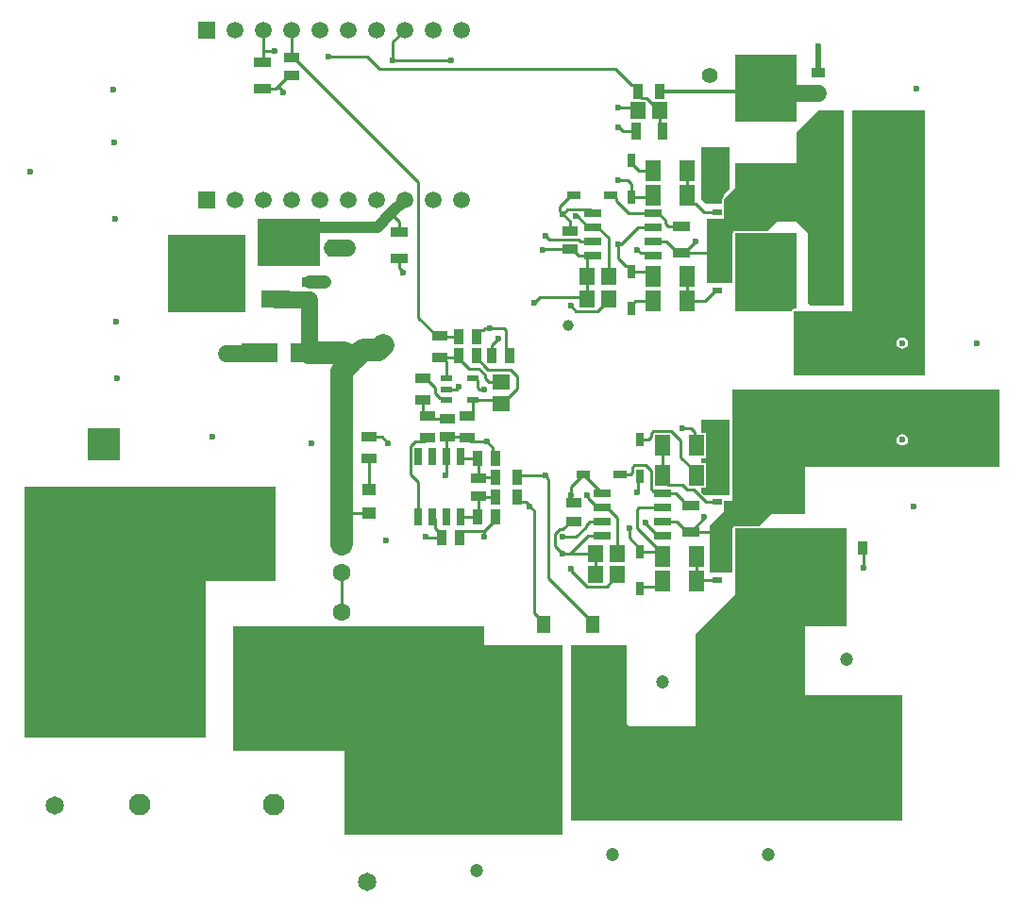
<source format=gtl>
G04*
G04 #@! TF.GenerationSoftware,Altium Limited,Altium Designer,21.6.4 (81)*
G04*
G04 Layer_Physical_Order=1*
G04 Layer_Color=255*
%FSLAX44Y44*%
%MOMM*%
G71*
G04*
G04 #@! TF.SameCoordinates,D26747ED-23D3-466A-99B4-63F3962E0784*
G04*
G04*
G04 #@! TF.FilePolarity,Positive*
G04*
G01*
G75*
%ADD12C,0.3000*%
%ADD19R,1.2000X1.1000*%
%ADD20R,1.4500X0.9500*%
%ADD21R,1.2000X1.6000*%
%ADD22R,1.2000X8.7000*%
%ADD23R,1.2500X0.7500*%
%ADD24R,1.5562X0.9562*%
%ADD25R,1.3900X0.9600*%
%ADD26R,0.9562X1.5562*%
%ADD27R,1.5500X1.3500*%
%ADD28R,3.3000X1.8000*%
%ADD29R,0.9600X1.3900*%
%ADD30R,1.1000X0.6000*%
%ADD31R,0.9500X1.4500*%
%ADD32R,0.6500X1.5250*%
%ADD33R,7.0000X7.0000*%
%ADD34R,2.5000X1.5000*%
%ADD35R,1.3500X1.5500*%
%ADD36R,0.7500X1.2500*%
%ADD37R,1.3561X1.8582*%
%ADD38R,1.5250X0.6500*%
%ADD39R,1.3000X0.9000*%
%ADD40R,1.2500X3.5200*%
%ADD41R,0.9000X1.3000*%
%ADD57R,0.8500X0.5000*%
%ADD80R,4.5500X4.4100*%
%ADD81C,0.2540*%
%ADD82C,2.0000*%
%ADD83C,1.5000*%
%ADD84C,1.0000*%
%ADD85C,1.2000*%
%ADD86C,0.5000*%
%ADD87C,1.6000*%
%ADD88R,1.6000X1.6000*%
%ADD89C,3.0000*%
%ADD90R,3.0000X3.0000*%
%ADD91C,1.5200*%
%ADD92R,1.5200X1.5200*%
%ADD93R,1.2000X1.2000*%
%ADD94C,1.2000*%
G04:AMPARAMS|DCode=95|XSize=1.4mm|YSize=1.4mm|CornerRadius=0.35mm|HoleSize=0mm|Usage=FLASHONLY|Rotation=0.000|XOffset=0mm|YOffset=0mm|HoleType=Round|Shape=RoundedRectangle|*
%AMROUNDEDRECTD95*
21,1,1.4000,0.7000,0,0,0.0*
21,1,0.7000,1.4000,0,0,0.0*
1,1,0.7000,0.3500,-0.3500*
1,1,0.7000,-0.3500,-0.3500*
1,1,0.7000,-0.3500,0.3500*
1,1,0.7000,0.3500,0.3500*
%
%ADD95ROUNDEDRECTD95*%
%ADD96C,1.4000*%
%ADD97R,1.9500X1.9500*%
%ADD98C,1.9500*%
%ADD99C,1.6500*%
%ADD100R,1.2000X1.2000*%
%ADD101C,0.6000*%
%ADD102C,1.0000*%
G36*
X705000Y702500D02*
X650000D01*
Y762500D01*
X705000D01*
Y702500D01*
D02*
G37*
G36*
X645000Y642500D02*
X640000Y637500D01*
Y635384D01*
X638808Y634192D01*
X638366Y633530D01*
X638211Y632750D01*
Y630072D01*
X638116Y629930D01*
X637961Y629150D01*
Y628610D01*
X623890D01*
X620000Y632500D01*
Y680000D01*
X645000Y680000D01*
Y642500D01*
D02*
G37*
G36*
X278000Y573000D02*
X222000D01*
Y615000D01*
X278000D01*
Y573000D01*
D02*
G37*
G36*
X747500Y537500D02*
X717500D01*
X715000Y540000D01*
Y602500D01*
X705000Y612500D01*
X687500D01*
X679539Y604539D01*
X650000D01*
X649220Y604384D01*
X648558Y603942D01*
X648116Y603280D01*
X647961Y602500D01*
Y597500D01*
X647500D01*
Y557500D01*
X625000D01*
Y615000D01*
X640000D01*
Y616450D01*
X640250D01*
Y625450D01*
X640000D01*
Y629150D01*
X640250D01*
Y632750D01*
X650000Y642500D01*
Y665000D01*
X705000D01*
Y692500D01*
X725000Y712500D01*
X747500D01*
Y537500D01*
D02*
G37*
G36*
X705000Y534539D02*
X702500D01*
X701720Y534384D01*
X701058Y533942D01*
X700616Y533280D01*
X700461Y532500D01*
X650000D01*
Y602500D01*
X705000D01*
Y534539D01*
D02*
G37*
G36*
X820000Y475000D02*
X702500D01*
Y532500D01*
X755000D01*
Y712500D01*
X820000D01*
Y475000D01*
D02*
G37*
G36*
X645000Y367500D02*
X622152Y367500D01*
X620000Y369652D01*
Y373709D01*
X624041D01*
Y396291D01*
X620000D01*
Y400709D01*
X624041D01*
Y423291D01*
X620000D01*
Y435000D01*
X645000Y435000D01*
X645000Y367500D01*
D02*
G37*
G36*
X887500Y392500D02*
X712500D01*
Y350000D01*
X682500D01*
X672039Y339539D01*
X650000D01*
X649220Y339384D01*
X648558Y338942D01*
X648116Y338280D01*
X647961Y337500D01*
Y335000D01*
X647500D01*
Y297500D01*
X627500D01*
Y340000D01*
X640000Y352500D01*
Y356450D01*
X640250D01*
Y362500D01*
X647500D01*
Y462500D01*
X887500D01*
Y392500D01*
D02*
G37*
G36*
X750000Y250000D02*
X712500D01*
Y225000D01*
Y187500D01*
X800000D01*
Y75000D01*
X502500D01*
Y232500D01*
X552500D01*
Y162500D01*
X555000Y160000D01*
X615000D01*
Y225000D01*
Y242500D01*
X650000Y277500D01*
Y337500D01*
X750000D01*
Y250000D01*
D02*
G37*
G36*
X237500Y290000D02*
X175000D01*
Y150000D01*
X12500D01*
Y375000D01*
X237500D01*
Y290000D01*
D02*
G37*
G36*
X425000Y232500D02*
X495000D01*
Y62500D01*
X300000D01*
Y137500D01*
X200000D01*
Y250000D01*
X425000D01*
Y232500D01*
D02*
G37*
%LPC*%
G36*
X800000Y509098D02*
X798049Y508710D01*
X796395Y507605D01*
X795290Y505951D01*
X794902Y504000D01*
X795290Y502049D01*
X796395Y500395D01*
X798049Y499290D01*
X800000Y498902D01*
X801951Y499290D01*
X803605Y500395D01*
X804710Y502049D01*
X805098Y504000D01*
X804710Y505951D01*
X803605Y507605D01*
X801951Y508710D01*
X800000Y509098D01*
D02*
G37*
G36*
Y422098D02*
X798049Y421710D01*
X796395Y420605D01*
X795290Y418951D01*
X794902Y417000D01*
X795290Y415049D01*
X796395Y413395D01*
X798049Y412290D01*
X800000Y411902D01*
X801951Y412290D01*
X803605Y413395D01*
X804710Y415049D01*
X805098Y417000D01*
X804710Y418951D01*
X803605Y420605D01*
X801951Y421710D01*
X800000Y422098D01*
D02*
G37*
%LPD*%
D12*
X582250Y730000D02*
X652500D01*
X660000Y722500D01*
D19*
X322000Y351500D02*
D03*
Y372500D02*
D03*
D20*
Y419750D02*
D03*
Y400250D02*
D03*
X385000Y510250D02*
D03*
Y490750D02*
D03*
X370000Y472250D02*
D03*
Y452750D02*
D03*
X374000Y438250D02*
D03*
Y418750D02*
D03*
X410000Y438250D02*
D03*
Y418750D02*
D03*
D21*
X478000Y251250D02*
D03*
X522000D02*
D03*
D22*
Y188750D02*
D03*
X478000D02*
D03*
D23*
X505166Y636676D02*
D03*
X538166D02*
D03*
X513500Y386000D02*
D03*
X546500D02*
D03*
D24*
X226000Y755750D02*
D03*
Y732250D02*
D03*
X349000Y603526D02*
D03*
Y580027D02*
D03*
X601666Y608427D02*
D03*
Y584926D02*
D03*
X610000Y357750D02*
D03*
Y334250D02*
D03*
D25*
X252000Y760100D02*
D03*
Y743900D02*
D03*
X268350Y542650D02*
D03*
Y558850D02*
D03*
X392000Y419400D02*
D03*
Y435600D02*
D03*
X420000Y382600D02*
D03*
Y366400D02*
D03*
X501666Y604776D02*
D03*
Y588576D02*
D03*
X505000Y360100D02*
D03*
Y343900D02*
D03*
D26*
X288750Y589250D02*
D03*
X265250D02*
D03*
X584587Y694000D02*
D03*
X561087D02*
D03*
D27*
X440443Y449707D02*
D03*
Y469207D02*
D03*
D28*
X267750Y494835D02*
D03*
X223750D02*
D03*
D29*
X418100Y509500D02*
D03*
X401900D02*
D03*
Y492500D02*
D03*
X418100D02*
D03*
X435100Y400500D02*
D03*
X418900D02*
D03*
X403100Y329500D02*
D03*
X386900D02*
D03*
X435100Y347500D02*
D03*
X418900D02*
D03*
X448100Y492500D02*
D03*
X431900D02*
D03*
D30*
X415000Y472000D02*
D03*
Y453000D02*
D03*
X391000D02*
D03*
Y462500D02*
D03*
Y472000D02*
D03*
D31*
X435250Y383500D02*
D03*
X454750D02*
D03*
X435250Y365500D02*
D03*
X454750D02*
D03*
X562750Y730000D02*
D03*
X582250D02*
D03*
D32*
X404050Y402120D02*
D03*
X391350D02*
D03*
X378650D02*
D03*
X365950D02*
D03*
Y347880D02*
D03*
X378650D02*
D03*
X391350D02*
D03*
X404050D02*
D03*
D33*
X175718Y566144D02*
D03*
D34*
X238218Y589144D02*
D03*
Y543144D02*
D03*
D35*
X562750Y712390D02*
D03*
X582250D02*
D03*
X516916Y563676D02*
D03*
X536416D02*
D03*
X516916Y543676D02*
D03*
X536416D02*
D03*
X525250Y296000D02*
D03*
X544750D02*
D03*
X525250Y315000D02*
D03*
X544750D02*
D03*
D36*
X556666Y668176D02*
D03*
Y635177D02*
D03*
Y535177D02*
D03*
Y568176D02*
D03*
X565000Y283500D02*
D03*
Y316500D02*
D03*
Y417500D02*
D03*
Y384500D02*
D03*
D37*
X576405Y658677D02*
D03*
X606927D02*
D03*
X576405Y636676D02*
D03*
X606927D02*
D03*
X576405Y563676D02*
D03*
X606927D02*
D03*
X576405Y541676D02*
D03*
X606927D02*
D03*
X615261Y412000D02*
D03*
X584739D02*
D03*
X615261Y385000D02*
D03*
X584739D02*
D03*
Y312500D02*
D03*
X615261D02*
D03*
X584739Y290000D02*
D03*
X615261D02*
D03*
D38*
X522546Y620726D02*
D03*
Y608026D02*
D03*
Y595326D02*
D03*
Y582626D02*
D03*
X576786D02*
D03*
Y595326D02*
D03*
Y608026D02*
D03*
Y620726D02*
D03*
X530880Y369050D02*
D03*
Y356350D02*
D03*
Y343650D02*
D03*
Y330950D02*
D03*
X585120D02*
D03*
Y343650D02*
D03*
Y356350D02*
D03*
Y369050D02*
D03*
D39*
X725000Y728000D02*
D03*
Y747000D02*
D03*
D40*
X732700Y682500D02*
D03*
X772300D02*
D03*
X732700Y642500D02*
D03*
X772300D02*
D03*
X732700Y602500D02*
D03*
X772300D02*
D03*
X732700Y562500D02*
D03*
X772300D02*
D03*
D41*
X745500Y320000D02*
D03*
X764500D02*
D03*
D57*
X634000Y290950D02*
D03*
Y303650D02*
D03*
Y316350D02*
D03*
Y329050D02*
D03*
Y550950D02*
D03*
Y563650D02*
D03*
Y576350D02*
D03*
Y589050D02*
D03*
Y360950D02*
D03*
Y373650D02*
D03*
Y386350D02*
D03*
Y399050D02*
D03*
Y620950D02*
D03*
Y633650D02*
D03*
Y646350D02*
D03*
Y659050D02*
D03*
D80*
X673500Y310000D02*
D03*
Y570000D02*
D03*
Y380000D02*
D03*
Y640000D02*
D03*
D81*
X545000Y697500D02*
X545936D01*
X549436Y694000D02*
X561087D01*
X545936Y697500D02*
X549436Y694000D01*
X333250Y419750D02*
X339000Y414000D01*
X322000Y419750D02*
X333250D01*
X322000Y372500D02*
Y400250D01*
X297243Y351000D02*
X297743Y351500D01*
X322000D01*
X341200Y620300D02*
X349000Y612500D01*
Y603526D02*
Y612500D01*
X352000Y567000D02*
Y567936D01*
X349000Y570936D02*
Y580027D01*
Y570936D02*
X352000Y567936D01*
X366000Y526750D02*
X382500Y510250D01*
X366000Y526750D02*
Y648250D01*
X470000Y540000D02*
X475000Y545000D01*
X502500Y537500D02*
X507343Y532657D01*
X475000Y545000D02*
X515593D01*
X426100Y517500D02*
X442500D01*
X423780Y515180D02*
X426100Y517500D01*
X421630Y515180D02*
X423780D01*
X342980Y757500D02*
Y774480D01*
X353500Y785000D01*
X226500Y767000D02*
Y785000D01*
Y756250D02*
Y767000D01*
X227500Y766000D01*
X237000D01*
X331337Y750000D02*
X542750D01*
X320337Y761000D02*
X331337Y750000D01*
X285000Y761000D02*
X320337D01*
X226500Y785000D02*
X227882Y786383D01*
X251900Y760200D02*
X254050D01*
X366000Y648250D01*
X251900Y760200D02*
Y785000D01*
X240475Y734525D02*
X249850Y743900D01*
X238200Y732250D02*
X240475Y734525D01*
Y734106D02*
X245000Y729581D01*
X240475Y734106D02*
Y734525D01*
X245000Y729000D02*
Y729581D01*
X226000Y732250D02*
X238200D01*
X249850Y743900D02*
X252000D01*
X226000Y755750D02*
X226500Y756250D01*
X268350Y558850D02*
X268500Y559000D01*
X288750Y589250D02*
X289000Y589000D01*
X297371Y262829D02*
Y298014D01*
Y262829D02*
X297500Y262700D01*
X297243Y298143D02*
X297371Y298014D01*
X238324Y589250D02*
X265250D01*
X238218Y589144D02*
X238324Y589250D01*
X342980Y757500D02*
X395000D01*
X482500Y292750D02*
X522000Y253250D01*
X482500Y292750D02*
Y382012D01*
X522000Y251250D02*
Y253250D01*
X507499Y617499D02*
X508699D01*
X547500Y592500D02*
X563027Y608026D01*
X545000Y579843D02*
X551686Y573156D01*
X545000Y592500D02*
X547500D01*
X545000Y579843D02*
Y592500D01*
X563027Y608026D02*
X576786D01*
X545000Y650000D02*
X553639D01*
X557083Y646556D01*
Y635593D02*
Y646556D01*
X614740Y595000D02*
X615000D01*
X604666Y584926D02*
X614740Y595000D01*
X610000Y334250D02*
X622500Y346750D01*
Y347500D01*
X555000Y329000D02*
X565000Y319000D01*
X555000Y329000D02*
Y337500D01*
X508699Y617499D02*
X518171Y608026D01*
X519504Y623769D02*
X522546Y620726D01*
X499487Y623769D02*
X519504D01*
X495718Y620000D02*
X499487Y623769D01*
X419230Y464206D02*
X420936Y462500D01*
X425000D01*
X419230Y464206D02*
Y470270D01*
X424930Y330070D02*
X425000Y330000D01*
X424930Y330070D02*
Y335180D01*
X623987Y360950D02*
X634000D01*
X612498Y372439D02*
X623987Y360950D01*
X607126Y372439D02*
X612498D01*
X602586Y376979D02*
X607126Y372439D01*
X590249Y376979D02*
X602586D01*
X584739Y382489D02*
X590249Y376979D01*
X584739Y382489D02*
Y385000D01*
X592874Y424561D02*
X601312Y416123D01*
X576604Y424561D02*
X592874D01*
X574582Y422539D02*
X576604Y424561D01*
X574582Y419522D02*
Y422539D01*
X601312Y401459D02*
Y416123D01*
Y401459D02*
X615261Y387511D01*
X572560Y417500D02*
X574582Y419522D01*
X615261Y385000D02*
Y387511D01*
X565000Y417500D02*
X572560D01*
X584739Y385000D02*
Y412000D01*
X574435Y373065D02*
Y389690D01*
X583140Y371030D02*
X585120Y369050D01*
X576470Y371030D02*
X583140D01*
X574435Y373065D02*
X576470Y371030D01*
X633730Y329050D02*
X634000D01*
X632500Y330280D02*
X633730Y329050D01*
X632500Y330280D02*
Y332500D01*
X610000Y334250D02*
X630750D01*
X632500Y332500D01*
X604666Y584926D02*
X629926D01*
X601666D02*
X604666D01*
X560140Y715000D02*
X562750Y712390D01*
X545000Y715000D02*
X560140D01*
X764500Y320000D02*
X765000Y319500D01*
Y302500D02*
Y319500D01*
X462227Y361285D02*
X465506Y358006D01*
X469641Y261609D02*
Y353871D01*
X466012Y357500D02*
X469641Y353871D01*
X454750Y383500D02*
X456250Y385000D01*
X480000D01*
X481012Y383500D02*
X482500Y382012D01*
X437150Y453000D02*
X438796Y451354D01*
X443089D01*
X455000Y463265D01*
X448774Y480000D02*
X455000Y473774D01*
Y463265D02*
Y473774D01*
X418100Y490350D02*
Y492500D01*
Y490350D02*
X423830Y484620D01*
Y484196D02*
Y484620D01*
Y484196D02*
X428026Y480000D01*
X448774D01*
X556666Y635177D02*
X557083Y635593D01*
X554116Y620726D02*
X576786D01*
X538166Y636676D02*
X540666D01*
X543146Y634196D01*
Y631697D02*
X554116Y620726D01*
X543146Y631697D02*
Y634196D01*
X574806Y584607D02*
X576786Y582626D01*
X565393Y584607D02*
X574806D01*
X562500Y587500D02*
X565393Y584607D01*
X556666Y568176D02*
Y570676D01*
X554186Y573156D02*
X556666Y570676D01*
X551686Y573156D02*
X554186D01*
X495000Y620000D02*
X501666Y613334D01*
X606927Y634166D02*
Y636676D01*
Y634166D02*
X612437Y628655D01*
X614948D01*
X622654Y620950D01*
X634000D01*
X606927Y636676D02*
Y658677D01*
X563666D02*
X576405D01*
X556666Y665676D02*
X563666Y658677D01*
X556666Y665676D02*
Y668176D01*
Y635177D02*
X574906D01*
X576405Y636676D01*
X590075Y608427D02*
X601666D01*
X587681Y610820D02*
X590075Y608427D01*
X587681Y610820D02*
Y614206D01*
X581161Y620726D02*
X587681Y614206D01*
X576786Y620726D02*
X581161D01*
X632250Y589050D02*
X634000D01*
X631020Y587820D02*
X632250Y589050D01*
X631020Y586020D02*
Y587820D01*
X629926Y584926D02*
X631020Y586020D01*
X576786Y595326D02*
X588266D01*
X598666Y584926D01*
X601666D01*
X556666Y568176D02*
X571906D01*
X576405Y563676D01*
X560666Y541676D02*
X576405D01*
X556666Y537676D02*
X560666Y541676D01*
X556666Y535177D02*
Y537676D01*
X606927Y541676D02*
Y563676D01*
X632250Y550950D02*
X634000D01*
X622976Y541676D02*
X632250Y550950D01*
X606927Y541676D02*
X622976D01*
X515593Y545000D02*
X516916Y543676D01*
X507343Y532657D02*
X526396D01*
X536416Y542677D02*
Y543676D01*
X526396Y532657D02*
X536416Y542677D01*
Y563676D02*
Y598531D01*
X526921Y608026D02*
X536416Y598531D01*
X522546Y608026D02*
X526921D01*
X559270Y735980D02*
X562750Y732500D01*
X542750Y750000D02*
X556770Y735980D01*
X559270D01*
X562750Y730000D02*
Y732500D01*
X516916Y543676D02*
Y563676D01*
X477500Y587500D02*
X478577Y588576D01*
X501666D01*
X509766Y582626D02*
X518896D01*
X501666Y588576D02*
X503816D01*
X509766Y582626D01*
X516916Y563676D02*
Y580646D01*
X518896Y582626D01*
X565000Y316500D02*
Y319000D01*
X602500Y427500D02*
X610000D01*
X613887Y413374D02*
X615261Y412000D01*
X613887Y413374D02*
Y423613D01*
X610000Y427500D02*
X613887Y423613D01*
X562500Y370000D02*
X563162Y370662D01*
Y382662D01*
X559896Y394020D02*
X570104D01*
X557980Y387488D02*
Y392104D01*
X556492Y386000D02*
X557980Y387488D01*
X546500Y386000D02*
X556492D01*
X557980Y392104D02*
X559896Y394020D01*
X570104D02*
X574435Y389690D01*
X563162Y382662D02*
X565000Y384500D01*
X562500Y354862D02*
X563988Y356350D01*
X585120D01*
X562500Y337250D02*
Y354862D01*
X580745Y330950D02*
X585120D01*
X570000Y341695D02*
X580745Y330950D01*
X570000Y341695D02*
Y342500D01*
X562500Y337250D02*
X584739Y315011D01*
X585120Y343650D02*
X597600D01*
X607000Y334250D01*
X610000D01*
X585120Y369050D02*
X596555D01*
X603489Y362116D01*
Y361261D02*
Y362116D01*
Y361261D02*
X607000Y357750D01*
X610000D01*
X584739Y312500D02*
Y315011D01*
X615261Y290000D02*
X616211Y290950D01*
X634000D01*
X615261Y290000D02*
Y312500D01*
X584739Y290701D02*
Y292511D01*
Y290000D02*
Y290701D01*
X588575Y294537D01*
X579229Y285191D02*
X584739Y290701D01*
Y292511D02*
X588575Y296347D01*
Y294537D02*
Y296347D01*
X566690Y285191D02*
X579229D01*
X565000Y283500D02*
X566690Y285191D01*
X565000Y316500D02*
X580739D01*
X584739Y312500D01*
X502500Y301063D02*
Y302500D01*
Y299625D02*
Y301063D01*
X544750Y295000D02*
Y296000D01*
X534730Y284980D02*
X544750Y295000D01*
X517146Y284980D02*
X534730D01*
X502500Y299625D02*
X517146Y284980D01*
X544750Y315000D02*
Y346855D01*
X535255Y356350D02*
X544750Y346855D01*
X530880Y356350D02*
X535255D01*
X502850Y343900D02*
X505000D01*
X495434Y336483D02*
X502850Y343900D01*
X492616Y336483D02*
X495434D01*
X488730Y332597D02*
X492616Y336483D01*
X488730Y321270D02*
Y332597D01*
Y321270D02*
X495000Y315000D01*
X507475Y330000D02*
X516375Y338900D01*
X495000Y330000D02*
X507475D01*
X501787Y315000D02*
X525250D01*
X495000D02*
X501787D01*
X525250Y296000D02*
Y315000D01*
X517738Y330950D02*
X530880D01*
X501787Y315000D02*
X517738Y330950D01*
X413480Y415270D02*
X427230D01*
X432728Y402872D02*
X435100Y400500D01*
X432728Y402872D02*
Y409772D01*
X427230Y415270D02*
X432728Y409772D01*
X444570Y496030D02*
Y515430D01*
X442500Y517500D02*
X444570Y515430D01*
Y496030D02*
X448100Y492500D01*
X431900Y501900D02*
X437500Y507500D01*
X418100Y509500D02*
Y511650D01*
X421630Y515180D01*
X373000Y329500D02*
X386900D01*
X372500Y330000D02*
X373000Y329500D01*
X502515Y362585D02*
X505000Y360100D01*
X502515Y362585D02*
Y367197D01*
X519445Y343650D02*
X530880D01*
X516375Y340580D02*
X519445Y343650D01*
X516375Y338900D02*
Y340580D01*
X530005Y369050D02*
X530880D01*
X528255Y370800D02*
X530005Y369050D01*
X528255Y370800D02*
Y371245D01*
X513500Y386000D02*
X528255Y371245D01*
X518162Y364693D02*
X526505Y356350D01*
X517500Y367500D02*
X518162Y366838D01*
Y364693D02*
Y366838D01*
X502500Y375000D02*
X513500Y386000D01*
X502500Y367197D02*
Y375000D01*
X526505Y356350D02*
X530880D01*
X390000Y385000D02*
X391350Y386350D01*
X511291Y595326D02*
X522546D01*
X509911Y596707D02*
X511291Y595326D01*
X483293Y596707D02*
X509911D01*
X480000Y600000D02*
X483293Y596707D01*
X518171Y608026D02*
X522546D01*
X495000Y620000D02*
X495718D01*
X492500Y622500D02*
X495000Y620000D01*
X492500Y622500D02*
Y626510D01*
X501666Y604776D02*
Y613334D01*
X502666Y636676D02*
X505166D01*
X492500Y626510D02*
X502666Y636676D01*
X391350Y386350D02*
Y402120D01*
X382500Y510250D02*
X385000D01*
X385750Y509500D02*
X401900D01*
X385000Y510250D02*
X385750Y509500D01*
X391000Y462500D02*
X400000D01*
X402500Y465000D01*
X374000Y438250D02*
X376650Y435600D01*
X392000D01*
X370000Y441730D02*
Y452750D01*
Y441730D02*
X373480Y438250D01*
X374000D01*
X389270Y454730D02*
X391000Y453000D01*
X384882Y454730D02*
X389270D01*
X381060Y458552D02*
X384882Y454730D01*
X381060Y458552D02*
Y463690D01*
X372500Y472250D02*
X381060Y463690D01*
X370000Y472250D02*
X372500D01*
X431900Y492500D02*
Y501900D01*
X415000Y472000D02*
X417500D01*
X419230Y470270D01*
X401900Y490350D02*
Y492500D01*
X425480Y472610D02*
Y475408D01*
X401900Y490350D02*
X411136Y481114D01*
X425480Y472610D02*
X428882Y469207D01*
X419774Y481114D02*
X425480Y475408D01*
X428882Y469207D02*
X440443D01*
X411136Y481114D02*
X419774D01*
X387500Y490750D02*
X400150D01*
X385000D02*
X387500D01*
X400150D02*
X401900Y492500D01*
X391000Y472000D02*
Y487250D01*
X387500Y490750D02*
X391000Y487250D01*
X415000Y453000D02*
X437150D01*
X410000Y438250D02*
X411520D01*
X415000Y441730D01*
Y453000D01*
X365950Y347880D02*
Y379249D01*
X358890Y386309D02*
X365950Y379249D01*
X358890Y386309D02*
Y411323D01*
X362837Y415270D01*
X370520D01*
X374000Y418750D01*
X435100Y345350D02*
Y347500D01*
X424930Y335180D02*
X435100Y345350D01*
X406630Y335180D02*
X424930D01*
X403100Y331650D02*
X406630Y335180D01*
X403100Y329500D02*
Y331650D01*
X410000Y418750D02*
X413480Y415270D01*
X409350Y419400D02*
X410000Y418750D01*
X392000Y419400D02*
X409350D01*
X391350Y402120D02*
Y418750D01*
X392000Y419400D01*
X386900Y329500D02*
Y331650D01*
X380630Y337920D02*
X386900Y331650D01*
X380630Y337920D02*
Y345900D01*
X378650Y347880D02*
X380630Y345900D01*
X404430Y347500D02*
X418900D01*
X404050Y347880D02*
X404430Y347500D01*
X420000Y348600D02*
Y366400D01*
X418900Y347500D02*
X420000Y348600D01*
X420900Y365500D02*
X435250D01*
X420000Y366400D02*
X420900Y365500D01*
X405670Y400500D02*
X418900D01*
X404050Y402120D02*
X405670Y400500D01*
X420000Y382600D02*
Y399400D01*
X418900Y400500D02*
X420000Y399400D01*
X420900Y383500D02*
X435250D01*
X420000Y382600D02*
X420900Y383500D01*
X454750Y364765D02*
Y365500D01*
Y364765D02*
X458230Y361285D01*
X462227D01*
X478000Y251250D02*
Y253250D01*
X469641Y261609D02*
X478000Y253250D01*
X582250Y696337D02*
Y712390D01*
Y696337D02*
X584587Y694000D01*
X562750Y727500D02*
X566230Y724020D01*
X571008D02*
X573500Y721528D01*
X576770Y718870D02*
X582250Y713390D01*
X575992Y718870D02*
X576770D01*
X573500Y721362D02*
X575992Y718870D01*
X566230Y724020D02*
X571008D01*
X582250Y712390D02*
Y713390D01*
X573500Y721362D02*
Y721528D01*
X562750Y727500D02*
Y730000D01*
D82*
X297243Y351000D02*
Y478425D01*
Y323543D02*
Y351000D01*
X330000Y497500D02*
X334598Y502098D01*
X306780Y487962D02*
X316318Y497500D01*
X297243Y478425D02*
X306780Y487962D01*
X299907Y494835D02*
X306780Y487962D01*
X267750Y494835D02*
X299907D01*
X267750D02*
X268350Y495435D01*
X316318Y497500D02*
X330000D01*
D83*
X222915Y494000D02*
X223750Y494835D01*
X194000Y494000D02*
X222915D01*
X289000Y589000D02*
X302000D01*
X268350Y495435D02*
Y542650D01*
X238218Y543144D02*
X238711Y542650D01*
X268350D01*
X693446Y728000D02*
X725000D01*
X677661Y743785D02*
X693446Y728000D01*
D84*
X341200Y620300D02*
X353500Y632600D01*
X328900Y608000D02*
X341200Y620300D01*
X269000Y608000D02*
X328900D01*
D85*
X268500Y559000D02*
X282000D01*
D86*
X725000Y747000D02*
Y770000D01*
D87*
X297243Y298143D02*
D03*
X297500Y262700D02*
D03*
D88*
X297243Y323543D02*
D03*
X297500Y237300D02*
D03*
D89*
X209000Y337793D02*
D03*
X723043Y495857D02*
D03*
D90*
X84000Y412793D02*
D03*
X848043Y420857D02*
D03*
D91*
X328100Y785000D02*
D03*
X226500D02*
D03*
X201100D02*
D03*
X251900D02*
D03*
X277300D02*
D03*
X302700D02*
D03*
X353500D02*
D03*
X378900D02*
D03*
X404300D02*
D03*
X328100Y632600D02*
D03*
X226500D02*
D03*
X201100D02*
D03*
X251900D02*
D03*
X277300D02*
D03*
X302700D02*
D03*
X353500D02*
D03*
X378900D02*
D03*
X404300D02*
D03*
D92*
X175700Y785000D02*
D03*
Y632600D02*
D03*
D93*
X635000Y200000D02*
D03*
D94*
X585000D02*
D03*
X680000Y45000D02*
D03*
X540000D02*
D03*
X418000Y30000D02*
D03*
X750000Y220000D02*
D03*
D95*
X677661Y743785D02*
D03*
D96*
X627661D02*
D03*
D97*
X116000Y190000D02*
D03*
D98*
Y90000D02*
D03*
X236000D02*
D03*
Y190000D02*
D03*
D99*
X40000Y239042D02*
D03*
Y89043D02*
D03*
X320000Y170000D02*
D03*
Y20000D02*
D03*
D100*
X680000Y95000D02*
D03*
X540000D02*
D03*
X418000Y80000D02*
D03*
X750000Y170000D02*
D03*
D101*
X867000Y504000D02*
D03*
X161000Y578000D02*
D03*
X190000Y579000D02*
D03*
X204000Y564000D02*
D03*
X176000Y565000D02*
D03*
X146000D02*
D03*
X190000Y554000D02*
D03*
X161000D02*
D03*
X204000Y538000D02*
D03*
X176000D02*
D03*
X147000D02*
D03*
X194000Y494000D02*
D03*
X337000Y327000D02*
D03*
X339000Y414000D02*
D03*
X270000D02*
D03*
X181000Y420000D02*
D03*
X96000Y472000D02*
D03*
X95000Y523000D02*
D03*
X94000Y615000D02*
D03*
X93000Y684000D02*
D03*
X92000Y731000D02*
D03*
X502500Y537500D02*
D03*
X470000Y540000D02*
D03*
X237000Y766000D02*
D03*
X285000Y761000D02*
D03*
X245000Y729000D02*
D03*
X282000Y559000D02*
D03*
X302000Y589000D02*
D03*
X205000Y595000D02*
D03*
X176000D02*
D03*
X146000D02*
D03*
X269000Y608000D02*
D03*
X256000D02*
D03*
X243000D02*
D03*
X231000D02*
D03*
X342980Y757500D02*
D03*
X352000Y567000D02*
D03*
X800000Y417000D02*
D03*
Y504000D02*
D03*
X810000Y357500D02*
D03*
X812500Y732500D02*
D03*
X17500Y657500D02*
D03*
X507499Y617499D02*
D03*
X545000Y592500D02*
D03*
Y650000D02*
D03*
X466012Y357500D02*
D03*
X615000Y595000D02*
D03*
X622500Y347500D02*
D03*
X555000Y337500D02*
D03*
X425000Y462500D02*
D03*
Y330000D02*
D03*
X640000Y427500D02*
D03*
X630000D02*
D03*
X545000Y697500D02*
D03*
Y715000D02*
D03*
X765000Y302500D02*
D03*
X480000Y385000D02*
D03*
X725000Y770000D02*
D03*
X562500Y587500D02*
D03*
X395000Y757500D02*
D03*
X477500Y587500D02*
D03*
X602500Y427500D02*
D03*
X562500Y370000D02*
D03*
X570000Y342500D02*
D03*
X502500Y301063D02*
D03*
X495000Y330000D02*
D03*
Y315000D02*
D03*
X427230Y415270D02*
D03*
X430000Y517500D02*
D03*
X437500Y507500D02*
D03*
X372750Y329750D02*
D03*
X502515Y367197D02*
D03*
X517500Y367500D02*
D03*
X390000Y385000D02*
D03*
X480000Y600000D02*
D03*
X495000Y620000D02*
D03*
X402500Y465000D02*
D03*
X640000Y669433D02*
D03*
X627500Y372500D02*
D03*
X640000Y412500D02*
D03*
X630000D02*
D03*
X622500Y637500D02*
D03*
Y652500D02*
D03*
X627500Y675000D02*
D03*
X742500Y332500D02*
D03*
X732500D02*
D03*
X720000D02*
D03*
X707500D02*
D03*
X742500Y282500D02*
D03*
X732500D02*
D03*
X720000D02*
D03*
X710000D02*
D03*
X692500Y755000D02*
D03*
X660000D02*
D03*
X692500Y722500D02*
D03*
X675000D02*
D03*
X660000D02*
D03*
X672500Y222500D02*
D03*
Y235000D02*
D03*
Y247500D02*
D03*
X702500Y585000D02*
D03*
Y570000D02*
D03*
Y555000D02*
D03*
X655000Y537500D02*
D03*
X670000D02*
D03*
X685000D02*
D03*
X700000Y540000D02*
D03*
X697500Y600000D02*
D03*
X655000Y328000D02*
D03*
Y310000D02*
D03*
Y292000D02*
D03*
X664000D02*
D03*
X673000D02*
D03*
X682000D02*
D03*
Y301000D02*
D03*
X673000D02*
D03*
X664000D02*
D03*
Y310000D02*
D03*
X673000D02*
D03*
X682000D02*
D03*
Y319000D02*
D03*
X673000D02*
D03*
X664000D02*
D03*
Y328000D02*
D03*
X673000D02*
D03*
X682000D02*
D03*
X655000Y319000D02*
D03*
Y301000D02*
D03*
Y588000D02*
D03*
Y570000D02*
D03*
Y552000D02*
D03*
X664000D02*
D03*
X673000D02*
D03*
X682000D02*
D03*
Y561000D02*
D03*
X673000D02*
D03*
X664000D02*
D03*
Y570000D02*
D03*
X673000D02*
D03*
X682000D02*
D03*
Y579000D02*
D03*
X673000D02*
D03*
X664000D02*
D03*
Y588000D02*
D03*
X673000D02*
D03*
X682000D02*
D03*
X655000Y579000D02*
D03*
Y561000D02*
D03*
Y398000D02*
D03*
Y380000D02*
D03*
Y362000D02*
D03*
X664000D02*
D03*
X673000D02*
D03*
X682000D02*
D03*
Y371000D02*
D03*
X673000D02*
D03*
X664000D02*
D03*
Y380000D02*
D03*
X673000D02*
D03*
X682000D02*
D03*
Y389000D02*
D03*
X673000D02*
D03*
X664000D02*
D03*
Y398000D02*
D03*
X673000D02*
D03*
X682000D02*
D03*
X655000Y389000D02*
D03*
Y371000D02*
D03*
Y658000D02*
D03*
Y640000D02*
D03*
Y622000D02*
D03*
X664000D02*
D03*
X673000D02*
D03*
X682000D02*
D03*
Y631000D02*
D03*
X673000D02*
D03*
X664000D02*
D03*
Y640000D02*
D03*
X673000D02*
D03*
X682000D02*
D03*
Y649000D02*
D03*
X673000D02*
D03*
X664000D02*
D03*
Y658000D02*
D03*
X673000D02*
D03*
X682000D02*
D03*
X655000Y649000D02*
D03*
Y631000D02*
D03*
D102*
X334598Y502098D02*
D03*
X500000Y520000D02*
D03*
M02*

</source>
